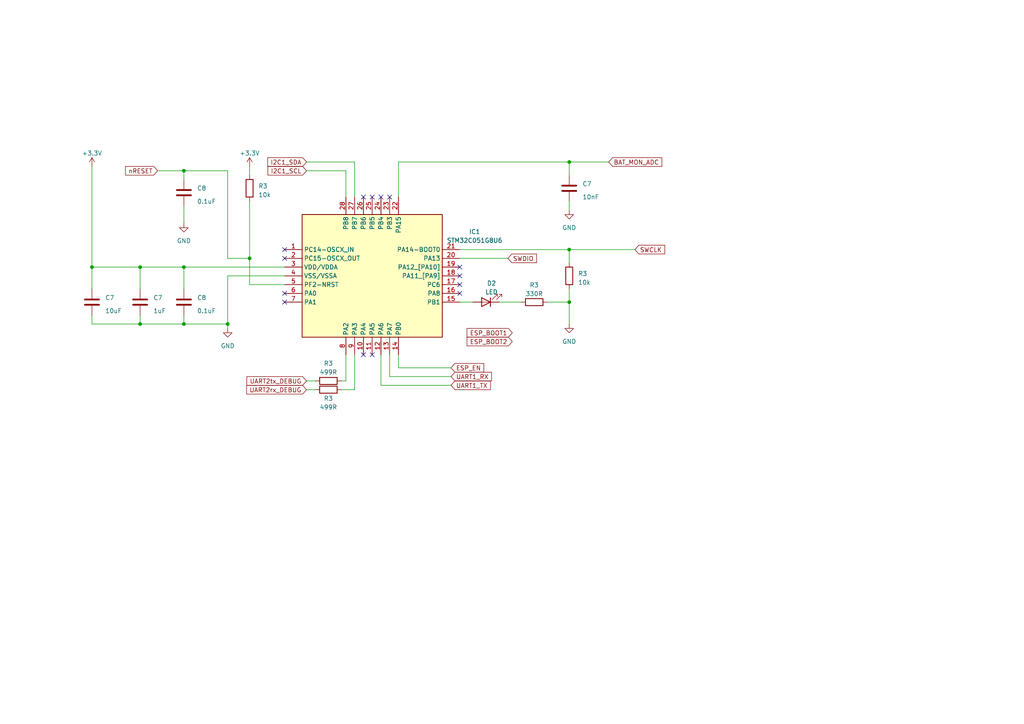
<source format=kicad_sch>
(kicad_sch (version 20230121) (generator eeschema)
  (paper "A4")
  (lib_symbols
    (symbol "Device:C" (pin_numbers hide) (pin_names (offset 0.254))
      (property "Reference" "C" (at 0.635 2.54 0))
      (property "Value" "C" (at 0.635 -2.54 0))
      (symbol "C_0_1"
        (polyline (pts (xy -2.032 -0.762) (xy 2.032 -0.762)) (stroke (width 0.508)))
        (polyline (pts (xy -2.032 0.762) (xy 2.032 0.762)) (stroke (width 0.508)))
      )
      (symbol "C_1_1"
        (pin passive line (at 0 3.81 270) (length 2.794) (name "~") (number "1"))
        (pin passive line (at 0 -3.81 90) (length 2.794) (name "~") (number "2"))
      )
    )
    (symbol "Device:LED" (pin_numbers hide) (pin_names (offset 1.016) hide)
      (property "Reference" "D" (at 0 2.54 0))
      (property "Value" "LED" (at 0 -2.54 0))
      (symbol "LED_0_1"
        (polyline (pts (xy -1.27 -1.27) (xy -1.27 1.27)) (stroke (width 0.254)))
        (polyline (pts (xy -1.27 0) (xy 1.27 0)))
        (polyline (pts (xy 1.27 -1.27) (xy 1.27 1.27) (xy -1.27 0) (xy 1.27 -1.27)) (stroke (width 0.254)))
        (polyline (pts (xy -3.048 -0.762) (xy -4.572 -2.286) (xy -3.81 -2.286) (xy -4.572 -2.286) (xy -4.572 -1.524)))
        (polyline (pts (xy -1.778 -0.762) (xy -3.302 -2.286) (xy -2.54 -2.286) (xy -3.302 -2.286) (xy -3.302 -1.524)))
      )
      (symbol "LED_1_1"
        (pin passive line (at -3.81 0 0) (length 2.54) (name "K") (number "1"))
        (pin passive line (at 3.81 0 180) (length 2.54) (name "A") (number "2"))
      )
    )
    (symbol "Device:R" (pin_numbers hide) (pin_names (offset 0))
      (property "Reference" "R" (at 2.032 0 90))
      (property "Value" "R" (at 0 0 90))
      (symbol "R_0_1"
        (rectangle (start -1.016 -2.54) (end 1.016 2.54) (stroke (width 0.254)))
      )
      (symbol "R_1_1"
        (pin passive line (at 0 3.81 270) (length 1.27) (name "~") (number "1"))
        (pin passive line (at 0 -3.81 90) (length 1.27) (name "~") (number "2"))
      )
    )
    (symbol "GS_Connector:STM32C051G8U6"
      (property "Reference" "IC" (at 46.99 15.24 0))
      (property "Value" "STM32C051G8U6" (at 46.99 12.7 0))
      (symbol "STM32C051G8U6_1_1"
        (rectangle (start 5.08 10.16) (end 45.72 -25.4) (stroke (width 0.254)) (fill (type background)))
        (pin passive line (at 0 0 0) (length 5.08) (name "PC14-OSCX_IN") (number "1"))
        (pin passive line (at 22.86 -30.48 90) (length 5.08) (name "PA4") (number "10"))
        (pin passive line (at 25.4 -30.48 90) (length 5.08) (name "PA5") (number "11"))
        (pin passive line (at 27.94 -30.48 90) (length 5.08) (name "PA6") (number "12"))
        (pin passive line (at 30.48 -30.48 90) (length 5.08) (name "PA7") (number "13"))
        (pin passive line (at 33.02 -30.48 90) (length 5.08) (name "PB0") (number "14"))
        (pin passive line (at 50.8 -15.24 180) (length 5.08) (name "PB1") (number "15"))
        (pin passive line (at 50.8 -12.7 180) (length 5.08) (name "PA8") (number "16"))
        (pin passive line (at 50.8 -10.16 180) (length 5.08) (name "PC6") (number "17"))
        (pin passive line (at 50.8 -7.62 180) (length 5.08) (name "PA11_[PA9]") (number "18"))
        (pin passive line (at 50.8 -5.08 180) (length 5.08) (name "PA12_[PA10]") (number "19"))
        (pin passive line (at 0 -2.54 0) (length 5.08) (name "PC15-OSCX_OUT") (number "2"))
        (pin passive line (at 50.8 -2.54 180) (length 5.08) (name "PA13") (number "20"))
        (pin passive line (at 50.8 0 180) (length 5.08) (name "PA14-BOOT0") (number "21"))
        (pin passive line (at 33.02 15.24 270) (length 5.08) (name "PA15") (number "22"))
        (pin passive line (at 30.48 15.24 270) (length 5.08) (name "PB3") (number "23"))
        (pin passive line (at 27.94 15.24 270) (length 5.08) (name "PB4") (number "24"))
        (pin passive line (at 25.4 15.24 270) (length 5.08) (name "PB5") (number "25"))
        (pin passive line (at 22.86 15.24 270) (length 5.08) (name "PB6") (number "26"))
        (pin passive line (at 20.32 15.24 270) (length 5.08) (name "PB7") (number "27"))
        (pin passive line (at 17.78 15.24 270) (length 5.08) (name "PB8") (number "28"))
        (pin passive line (at 0 -5.08 0) (length 5.08) (name "VDD/VDDA") (number "3"))
        (pin passive line (at 0 -7.62 0) (length 5.08) (name "VSS/VSSA") (number "4"))
        (pin passive line (at 0 -10.16 0) (length 5.08) (name "PF2-NRST") (number "5"))
        (pin passive line (at 0 -12.7 0) (length 5.08) (name "PA0") (number "6"))
        (pin passive line (at 0 -15.24 0) (length 5.08) (name "PA1") (number "7"))
        (pin passive line (at 17.78 -30.48 90) (length 5.08) (name "PA2") (number "8"))
        (pin passive line (at 20.32 -30.48 90) (length 5.08) (name "PA3") (number "9"))
      )
    )
    (symbol "power:+3.3V" (power) (pin_names (offset 0))
      (property "Value" "+3.3V" (at 0 3.556 0))
      (symbol "+3.3V_0_1"
        (polyline (pts (xy -0.762 1.27) (xy 0 2.54)))
        (polyline (pts (xy 0 0) (xy 0 2.54)))
        (polyline (pts (xy 0 2.54) (xy 0.762 1.27)))
      )
      (symbol "+3.3V_1_1"
        (pin power_in line (at 0 0 90) (length 0) hide (name "+3.3V") (number "1"))
      )
    )
    (symbol "power:GND" (power) (pin_names (offset 0))
      (property "Value" "GND" (at 0 -3.81 0))
      (symbol "GND_0_1"
        (polyline (pts (xy 0 0) (xy 0 -1.27) (xy 1.27 -1.27) (xy 0 -2.54) (xy -1.27 -1.27) (xy 0 -1.27)))
      )
      (symbol "GND_1_1"
        (pin power_in line (at 0 0 270) (length 0) hide (name "GND") (number "1"))
      )
    )
  )
  (junction (at 53.34 77.47))
  (junction (at 165.1 46.99))
  (junction (at 26.67 77.47))
  (junction (at 40.64 77.47))
  (junction (at 53.34 93.98))
  (junction (at 40.64 93.98))
  (junction (at 165.1 72.39))
  (junction (at 66.04 93.98))
  (junction (at 72.39 74.93))
  (junction (at 53.34 49.53))
  (junction (at 165.1 87.63))
  (no_connect (at 133.35 85.09))
  (no_connect (at 82.55 87.63))
  (no_connect (at 107.95 57.15))
  (no_connect (at 133.35 80.01))
  (no_connect (at 82.55 74.93))
  (no_connect (at 105.41 102.87))
  (no_connect (at 82.55 85.09))
  (no_connect (at 107.95 102.87))
  (no_connect (at 113.03 57.15))
  (no_connect (at 133.35 77.47))
  (no_connect (at 82.55 72.39))
  (no_connect (at 133.35 82.55))
  (no_connect (at 105.41 57.15))
  (no_connect (at 110.49 57.15))
  (wire (pts (xy 53.34 49.53) (xy 66.04 49.53)))
  (wire (pts (xy 66.04 74.93) (xy 72.39 74.93)))
  (wire (pts (xy 66.04 49.53) (xy 66.04 74.93)))
  (wire (pts (xy 72.39 74.93) (xy 72.39 82.55)))
  (wire (pts (xy 115.57 46.99) (xy 165.1 46.99)))
  (wire (pts (xy 45.72 49.53) (xy 53.34 49.53)))
  (wire (pts (xy 130.81 111.76) (xy 110.49 111.76)))
  (wire (pts (xy 26.67 48.26) (xy 26.67 77.47)))
  (wire (pts (xy 165.1 60.96) (xy 165.1 58.42)))
  (wire (pts (xy 72.39 82.55) (xy 82.55 82.55)))
  (wire (pts (xy 102.87 46.99) (xy 88.9 46.99)))
  (wire (pts (xy 40.64 91.44) (xy 40.64 93.98)))
  (wire (pts (xy 99.06 110.49) (xy 100.33 110.49)))
  (wire (pts (xy 133.35 72.39) (xy 165.1 72.39)))
  (wire (pts (xy 72.39 58.42) (xy 72.39 74.93)))
  (wire (pts (xy 165.1 83.82) (xy 165.1 87.63)))
  (wire (pts (xy 130.81 106.68) (xy 115.57 106.68)))
  (wire (pts (xy 133.35 87.63) (xy 137.16 87.63)))
  (wire (pts (xy 53.34 91.44) (xy 53.34 93.98)))
  (wire (pts (xy 82.55 80.01) (xy 66.04 80.01)))
  (wire (pts (xy 40.64 77.47) (xy 53.34 77.47)))
  (wire (pts (xy 113.03 109.22) (xy 113.03 102.87)))
  (wire (pts (xy 102.87 113.03) (xy 102.87 102.87)))
  (wire (pts (xy 66.04 80.01) (xy 66.04 93.98)))
  (wire (pts (xy 99.06 113.03) (xy 102.87 113.03)))
  (wire (pts (xy 40.64 77.47) (xy 40.64 83.82)))
  (wire (pts (xy 100.33 49.53) (xy 100.33 57.15)))
  (wire (pts (xy 102.87 57.15) (xy 102.87 46.99)))
  (wire (pts (xy 26.67 77.47) (xy 26.67 83.82)))
  (wire (pts (xy 66.04 93.98) (xy 66.04 95.25)))
  (wire (pts (xy 147.32 74.93) (xy 133.35 74.93)))
  (wire (pts (xy 165.1 72.39) (xy 165.1 76.2)))
  (wire (pts (xy 165.1 87.63) (xy 165.1 93.98)))
  (wire (pts (xy 53.34 77.47) (xy 53.34 83.82)))
  (wire (pts (xy 130.81 109.22) (xy 113.03 109.22)))
  (wire (pts (xy 165.1 46.99) (xy 176.53 46.99)))
  (wire (pts (xy 72.39 50.8) (xy 72.39 48.26)))
  (wire (pts (xy 26.67 93.98) (xy 40.64 93.98)))
  (wire (pts (xy 115.57 57.15) (xy 115.57 46.99)))
  (wire (pts (xy 100.33 110.49) (xy 100.33 102.87)))
  (wire (pts (xy 144.78 87.63) (xy 151.13 87.63)))
  (wire (pts (xy 158.75 87.63) (xy 165.1 87.63)))
  (wire (pts (xy 53.34 49.53) (xy 53.34 52.07)))
  (wire (pts (xy 26.67 91.44) (xy 26.67 93.98)))
  (wire (pts (xy 26.67 77.47) (xy 40.64 77.47)))
  (wire (pts (xy 53.34 77.47) (xy 82.55 77.47)))
  (wire (pts (xy 53.34 59.69) (xy 53.34 64.77)))
  (wire (pts (xy 53.34 93.98) (xy 66.04 93.98)))
  (wire (pts (xy 88.9 110.49) (xy 91.44 110.49)))
  (wire (pts (xy 110.49 111.76) (xy 110.49 102.87)))
  (wire (pts (xy 165.1 46.99) (xy 165.1 50.8)))
  (wire (pts (xy 88.9 49.53) (xy 100.33 49.53)))
  (wire (pts (xy 88.9 113.03) (xy 91.44 113.03)))
  (wire (pts (xy 40.64 93.98) (xy 53.34 93.98)))
  (wire (pts (xy 165.1 72.39) (xy 184.15 72.39)))
  (wire (pts (xy 115.57 106.68) (xy 115.57 102.87)))
  (global_label "SWDIO" (shape input) (at 147.32 74.93 0) (property "Intersheetrefs" "${INTERSHEET_REFS}" (effects hide)))
  (global_label "nRESET" (shape input) (at 45.72 49.53 180) (property "Intersheetrefs" "${INTERSHEET_REFS}" (effects hide)))
  (global_label "UART2tx_DEBUG" (shape input) (at 88.9 110.49 180) (property "Intersheetrefs" "${INTERSHEET_REFS}" (effects hide)))
  (global_label "ESP_BOOT2" (shape input) (at 148.59 99.06 180) (property "Intersheetrefs" "${INTERSHEET_REFS}" (effects hide)))
  (global_label "UART1_RX" (shape input) (at 130.81 109.22 0) (property "Intersheetrefs" "${INTERSHEET_REFS}" (effects hide)))
  (global_label "UART1_TX" (shape input) (at 130.81 111.76 0) (property "Intersheetrefs" "${INTERSHEET_REFS}" (effects hide)))
  (global_label "UART2rx_DEBUG" (shape input) (at 88.9 113.03 180) (property "Intersheetrefs" "${INTERSHEET_REFS}" (effects hide)))
  (global_label "ESP_BOOT1" (shape input) (at 148.59 96.52 180) (property "Intersheetrefs" "${INTERSHEET_REFS}" (effects hide)))
  (global_label "BAT_MON_ADC" (shape input) (at 176.53 46.99 0) (property "Intersheetrefs" "${INTERSHEET_REFS}" (effects hide)))
  (global_label "SWCLK" (shape input) (at 184.15 72.39 0) (property "Intersheetrefs" "${INTERSHEET_REFS}" (effects hide)))
  (global_label "I2C1_SCL" (shape input) (at 88.9 49.53 180) (property "Intersheetrefs" "${INTERSHEET_REFS}" (effects hide)))
  (global_label "I2C1_SDA" (shape input) (at 88.9 46.99 180) (property "Intersheetrefs" "${INTERSHEET_REFS}" (effects hide)))
  (global_label "ESP_EN" (shape input) (at 130.81 106.68 0) (property "Intersheetrefs" "${INTERSHEET_REFS}" (effects hide)))
  (symbol (lib_id "Device:C") (at 26.67 87.63 0) (unit 1)
    (property "Reference" "C7" (at 30.48 86.36 0) (effects (justify left)))
    (property "Value" "10uF" (at 30.48 90.17 0) (effects (justify left)))
    (property "Footprint" "Capacitor_SMD:C_0402_1005Metric_Pad0.74x0.62mm_HandSolder" (effects hide))
    (instances (project "SHM_V1.0" (path "" (reference "C7") (unit 1)) (path "" (reference "C19") (unit 1)) (path "" (reference "C23") (unit 1))))
  )
  (symbol (lib_id "power:GND") (at 165.1 93.98 0) (unit 1)
    (property "Reference" "#PWR05" (effects hide))
    (property "Value" "GND" (at 165.1 99.06 0))
    (instances (project "SHM_V1.0" (path "" (reference "#PWR05") (unit 1)) (path "" (reference "#PWR015") (unit 1)) (path "" (reference "#PWR04") (unit 1))))
  )
  (symbol (lib_id "Device:C") (at 53.34 55.88 0) (unit 1)
    (property "Reference" "C8" (at 57.15 54.61 0) (effects (justify left)))
    (property "Value" "0.1uF" (at 57.15 58.42 0) (effects (justify left)))
    (property "Footprint" "Capacitor_SMD:C_0402_1005Metric_Pad0.74x0.62mm_HandSolder" (effects hide))
    (instances (project "SHM_V1.0" (path "" (reference "C8") (unit 1)) (path "" (reference "C18") (unit 1)) (path "" (reference "C26") (unit 1))))
  )
  (symbol (lib_id "Device:R") (at 165.1 80.01 180) (unit 1)
    (property "Reference" "R3" (at 167.64 79.375 0) (effects (justify right)))
    (property "Value" "10k" (at 167.64 81.915 0) (effects (justify right)))
    (property "Footprint" "Resistor_SMD:R_0402_1005Metric_Pad0.72x0.64mm_HandSolder" (effects hide))
    (instances (project "SHM_V1.0" (path "" (reference "R3") (unit 1)) (path "" (reference "R4") (unit 1)) (path "" (reference "R9") (unit 1))))
  )
  (symbol (lib_id "GS_Connector:STM32C051G8U6") (at 82.55 72.39 0) (unit 1)
    (property "Reference" "IC1" (at 137.668 67.2083 0))
    (property "Value" "STM32C051G8U6" (at 137.668 69.7483 0))
    (property "Footprint" "GS_ICs:QFN50P400X400X60-28N-D" (effects hide))
    (property "Datasheet" "https://www.st.com/resource/en/datasheet/stm32c051c6.pdf" (effects hide))
    (property "Height" "0.6" (effects hide))
    (property "Manufacturer_Name" "STMicroelectronics" (effects hide))
    (property "Manufacturer_Part_Number" "STM32C051G8U6" (effects hide))
  )
  (symbol (lib_id "power:GND") (at 53.34 64.77 0) (unit 1)
    (property "Reference" "#PWR05" (effects hide))
    (property "Value" "GND" (at 53.34 69.85 0))
    (instances (project "SHM_V1.0" (path "" (reference "#PWR05") (unit 1)) (path "" (reference "#PWR015") (unit 1)) (path "" (reference "#PWR040") (unit 1))))
  )
  (symbol (lib_id "power:+3.3V") (at 72.39 48.26 0) (unit 1)
    (property "Reference" "#PWR07" (effects hide))
    (property "Value" "+3.3V" (at 72.39 44.45 0))
    (instances (project "SHM_V1.0" (path "" (reference "#PWR07") (unit 1)) (path "" (reference "#PWR014") (unit 1)) (path "" (reference "#PWR039") (unit 1))))
  )
  (symbol (lib_id "power:GND") (at 66.04 95.25 0) (unit 1)
    (property "Reference" "#PWR05" (effects hide))
    (property "Value" "GND" (at 66.04 100.33 0))
    (instances (project "SHM_V1.0" (path "" (reference "#PWR05") (unit 1)) (path "" (reference "#PWR015") (unit 1)) (path "" (reference "#PWR030") (unit 1))))
  )
  (symbol (lib_id "Device:R") (at 154.94 87.63 90) (unit 1)
    (property "Reference" "R3" (at 154.94 82.677 90))
    (property "Value" "330R" (at 154.94 85.217 90))
    (property "Footprint" "Resistor_SMD:R_0402_1005Metric_Pad0.72x0.64mm_HandSolder" (effects hide))
    (instances (project "SHM_V1.0" (path "" (reference "R3") (unit 1)) (path "" (reference "R4") (unit 1)) (path "" (reference "R5") (unit 1))))
  )
  (symbol (lib_id "power:+3.3V") (at 26.67 48.26 0) (unit 1)
    (property "Reference" "#PWR07" (effects hide))
    (property "Value" "+3.3V" (at 26.67 44.45 0))
    (instances (project "SHM_V1.0" (path "" (reference "#PWR07") (unit 1)) (path "" (reference "#PWR014") (unit 1)) (path "" (reference "#PWR029") (unit 1))))
  )
  (symbol (lib_id "Device:R") (at 95.25 110.49 270) (unit 1)
    (property "Reference" "R3" (at 95.25 105.41 90))
    (property "Value" "499R" (at 95.25 107.95 90))
    (property "Footprint" "Resistor_SMD:R_0402_1005Metric_Pad0.72x0.64mm_HandSolder" (effects hide))
    (instances (project "SHM_V1.0" (path "" (reference "R3") (unit 1)) (path "" (reference "R4") (unit 1)) (path "" (reference "R18") (unit 1)) (path "" (reference "R16") (unit 1))))
  )
  (symbol (lib_id "Device:R") (at 95.25 113.03 270) (unit 1)
    (property "Reference" "R3" (at 95.25 115.57 90))
    (property "Value" "499R" (at 95.25 118.11 90))
    (property "Footprint" "Resistor_SMD:R_0402_1005Metric_Pad0.72x0.64mm_HandSolder" (effects hide))
    (instances (project "SHM_V1.0" (path "" (reference "R3") (unit 1)) (path "" (reference "R4") (unit 1)) (path "" (reference "R19") (unit 1)) (path "" (reference "R16") (unit 1))))
  )
  (symbol (lib_id "Device:R") (at 72.39 54.61 180) (unit 1)
    (property "Reference" "R3" (at 74.93 53.975 0) (effects (justify right)))
    (property "Value" "10k" (at 74.93 56.515 0) (effects (justify right)))
    (property "Footprint" "Resistor_SMD:R_0402_1005Metric_Pad0.72x0.64mm_HandSolder" (effects hide))
    (instances (project "SHM_V1.0" (path "" (reference "R3") (unit 1)) (path "" (reference "R4") (unit 1)) (path "" (reference "R10") (unit 1))))
  )
  (symbol (lib_id "Device:C") (at 53.34 87.63 0) (unit 1)
    (property "Reference" "C8" (at 57.15 86.36 0) (effects (justify left)))
    (property "Value" "0.1uF" (at 57.15 90.17 0) (effects (justify left)))
    (property "Footprint" "Capacitor_SMD:C_0402_1005Metric_Pad0.74x0.62mm_HandSolder" (effects hide))
    (instances (project "SHM_V1.0" (path "" (reference "C8") (unit 1)) (path "" (reference "C18") (unit 1)) (path "" (reference "C25") (unit 1))))
  )
  (symbol (lib_id "power:GND") (at 165.1 60.96 0) (unit 1)
    (property "Reference" "#PWR05" (effects hide))
    (property "Value" "GND" (at 165.1 66.04 0))
    (instances (project "SHM_V1.0" (path "" (reference "#PWR05") (unit 1)) (path "" (reference "#PWR015") (unit 1)) (path "" (reference "#PWR038") (unit 1))))
  )
  (symbol (lib_id "Device:LED") (at 140.97 87.63 180) (unit 1)
    (property "Reference" "D2" (at 142.5575 82.169 0))
    (property "Value" "LED" (at 142.5575 84.709 0))
    (property "Footprint" "LED_SMD:LED_0805_2012Metric_Pad1.15x1.40mm_HandSolder" (effects hide))
  )
  (symbol (lib_id "Device:C") (at 165.1 54.61 0) (unit 1)
    (property "Reference" "C7" (at 168.91 53.34 0) (effects (justify left)))
    (property "Value" "10nF" (at 168.91 57.15 0) (effects (justify left)))
    (property "Footprint" "Capacitor_SMD:C_0402_1005Metric_Pad0.74x0.62mm_HandSolder" (effects hide))
    (instances (project "SHM_V1.0" (path "" (reference "C7") (unit 1)) (path "" (reference "C19") (unit 1)) (path "" (reference "C22") (unit 1))))
  )
  (symbol (lib_id "Device:C") (at 40.64 87.63 0) (unit 1)
    (property "Reference" "C7" (at 44.45 86.36 0) (effects (justify left)))
    (property "Value" "1uF" (at 44.45 90.17 0) (effects (justify left)))
    (property "Footprint" "Capacitor_SMD:C_0402_1005Metric_Pad0.74x0.62mm_HandSolder" (effects hide))
    (instances (project "SHM_V1.0" (path "" (reference "C7") (unit 1)) (path "" (reference "C17") (unit 1)) (path "" (reference "C24") (unit 1))))
  )
)
</source>
